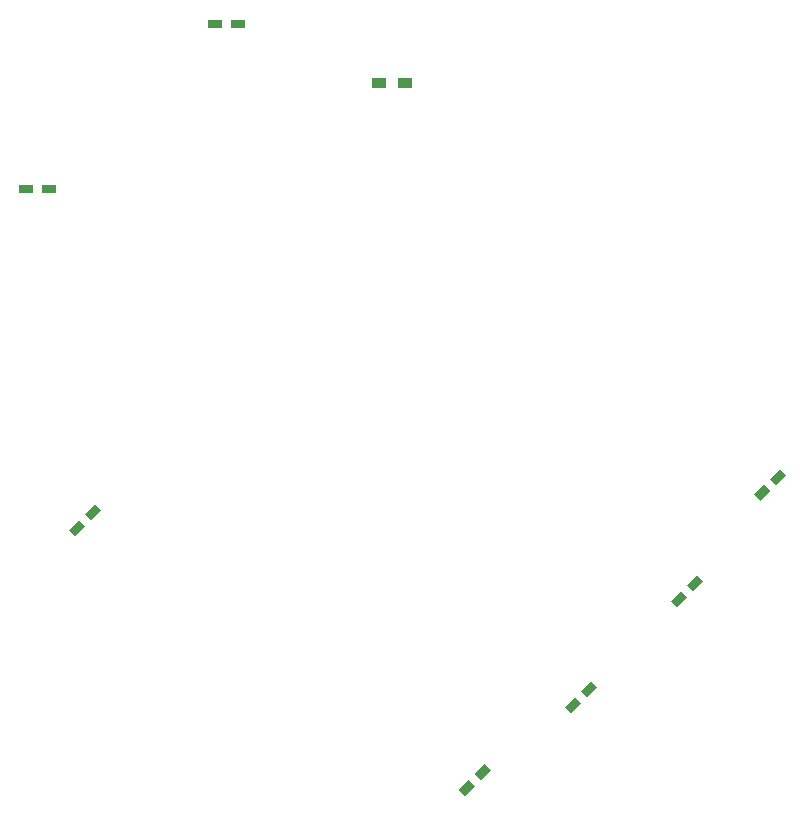
<source format=gbr>
G04 #@! TF.FileFunction,Paste,Bot*
%FSLAX46Y46*%
G04 Gerber Fmt 4.6, Leading zero omitted, Abs format (unit mm)*
G04 Created by KiCad (PCBNEW 4.0.7) date 06/12/18 02:01:21*
%MOMM*%
%LPD*%
G01*
G04 APERTURE LIST*
%ADD10C,0.100000*%
%ADD11R,1.200000X0.750000*%
%ADD12R,1.200000X0.900000*%
G04 APERTURE END LIST*
D10*
D11*
X24050000Y-15000000D03*
X25950000Y-15000000D03*
D10*
G36*
X12169150Y-58361180D02*
X11638820Y-57830850D01*
X12487348Y-56982322D01*
X13017678Y-57512652D01*
X12169150Y-58361180D01*
X12169150Y-58361180D01*
G37*
G36*
X13512652Y-57017678D02*
X12982322Y-56487348D01*
X13830850Y-55638820D01*
X14361180Y-56169150D01*
X13512652Y-57017678D01*
X13512652Y-57017678D01*
G37*
D11*
X8050000Y-29000000D03*
X9950000Y-29000000D03*
D10*
G36*
X45169150Y-80361180D02*
X44638820Y-79830850D01*
X45487348Y-78982322D01*
X46017678Y-79512652D01*
X45169150Y-80361180D01*
X45169150Y-80361180D01*
G37*
G36*
X46512652Y-79017678D02*
X45982322Y-78487348D01*
X46830850Y-77638820D01*
X47361180Y-78169150D01*
X46512652Y-79017678D01*
X46512652Y-79017678D01*
G37*
G36*
X54169150Y-73361180D02*
X53638820Y-72830850D01*
X54487348Y-71982322D01*
X55017678Y-72512652D01*
X54169150Y-73361180D01*
X54169150Y-73361180D01*
G37*
G36*
X55512652Y-72017678D02*
X54982322Y-71487348D01*
X55830850Y-70638820D01*
X56361180Y-71169150D01*
X55512652Y-72017678D01*
X55512652Y-72017678D01*
G37*
G36*
X63169150Y-64361180D02*
X62638820Y-63830850D01*
X63487348Y-62982322D01*
X64017678Y-63512652D01*
X63169150Y-64361180D01*
X63169150Y-64361180D01*
G37*
G36*
X64512652Y-63017678D02*
X63982322Y-62487348D01*
X64830850Y-61638820D01*
X65361180Y-62169150D01*
X64512652Y-63017678D01*
X64512652Y-63017678D01*
G37*
G36*
X70169150Y-55361180D02*
X69638820Y-54830850D01*
X70487348Y-53982322D01*
X71017678Y-54512652D01*
X70169150Y-55361180D01*
X70169150Y-55361180D01*
G37*
G36*
X71512652Y-54017678D02*
X70982322Y-53487348D01*
X71830850Y-52638820D01*
X72361180Y-53169150D01*
X71512652Y-54017678D01*
X71512652Y-54017678D01*
G37*
D12*
X37900000Y-20000000D03*
X40100000Y-20000000D03*
M02*

</source>
